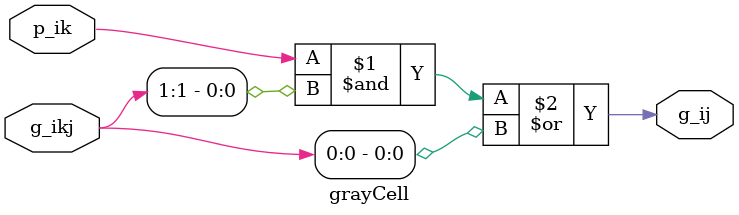
<source format=v>
module grayCell (
    input [1:0] g_ikj,
    input p_ik,
    output g_ij
);

assign g_ij = (p_ik & g_ikj[1]) | g_ikj[0];

endmodule
</source>
